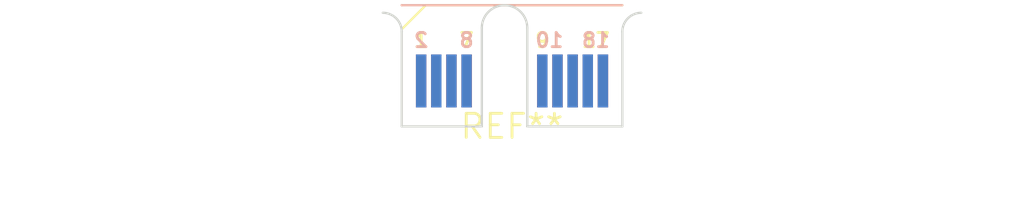
<source format=kicad_pcb>
(kicad_pcb (version 20240108) (generator pcbnew)
  (layers (0 "F.Cu" signal) (31 "B.Cu" signal) (34 "B.Paste" user) (35 "F.Paste" user) (36 "B.SilkS" user "B.Silkscreen") (37 "F.SilkS" user "F.Silkscreen") (38 "B.Mask" user) (39 "F.Mask" user) (44 "Edge.Cuts" user))
  (net 0 "")
  (footprint "Samtec_HSEC8-109-X-X-DV_2x09_P0.8mm_Wing_Edge" (layer "F.Cu") (at 0 0)
    (property "Reference" "REF**")
    (property "Value" "Samtec_HSEC8-109-X-X-DV_2x09_P0.8mm_Wing_Edge")
    (fp_line (start -5.825 -6.4) (end -5.825 -6.4) (layer "B.SilkS") (stroke (width 0.12)))
    (fp_line (start -5.825 -6.4) (end 5.825 -6.4) (layer "B.SilkS") (stroke (width 0.12)))
    (fp_line (start -5.825 -5.13) (end -4.555 -6.4) (layer "F.SilkS") (stroke (width 0.12)))
    (fp_line (start -4.555 -6.4) (end 5.825 -6.4) (layer "F.SilkS") (stroke (width 0.12)))
    (fp_line (start -5.825 -5) (end -5.825 0) (layer "Edge.Cuts") (stroke (width 0.12)))
    (fp_line (start -5.825 0) (end -1.595 0) (layer "Edge.Cuts") (stroke (width 0.12)))
    (fp_line (start -1.595 0) (end -1.595 -5.2) (layer "Edge.Cuts") (stroke (width 0.12)))
    (fp_line (start 0.805 -5.2) (end 0.805 0) (layer "Edge.Cuts") (stroke (width 0.12)))
    (fp_line (start 0.805 0) (end 5.825 0) (layer "Edge.Cuts") (stroke (width 0.12)))
    (fp_line (start 5.825 0) (end 5.825 -5) (layer "Edge.Cuts") (stroke (width 0.12)))
    (fp_arc (start -6.825 -6) (mid -6.117893 -5.707107) (end -5.825 -5) (layer "Edge.Cuts") (stroke (width 0.12)))
    (fp_arc (start -1.595 -5.2) (mid -0.395 -6.4) (end 0.805 -5.2) (layer "Edge.Cuts") (stroke (width 0.12)))
    (fp_arc (start 5.825 -5) (mid 6.117893 -5.707107) (end 6.825 -6) (layer "Edge.Cuts") (stroke (width 0.12)))
    (fp_text user "10" (at 1.975 -4.55 0) (layer "B.SilkS") (effects (font (size 0.75 0.75)) (justify mirror)))
    (fp_text user "18" (at 4.425 -4.55 0) (layer "B.SilkS") (effects (font (size 0.75 0.75)) (justify mirror)))
    (fp_text user "8" (at -2.4 -4.55 0) (layer "B.SilkS") (effects (font (size 0.75 0.75)) (justify mirror)))
    (fp_text user "2" (at -4.8 -4.55 0) (layer "B.SilkS") (effects (font (size 0.75 0.75)) (justify mirror)))
    (fp_text user "9" (at 1.6 -4.55 0) (layer "F.SilkS") (effects (font (size 0.75 0.75))))
    (fp_text user "1" (at -4.8 -4.55 0) (layer "F.SilkS") (effects (font (size 0.75 0.75))))
    (fp_text user "17" (at 4.425 -4.55 0) (layer "F.SilkS") (effects (font (size 0.75 0.75))))
    (fp_text user "7" (at -2.4 -4.55 0) (layer "F.SilkS") (effects (font (size 0.75 0.75))))
    (pad "1" connect rect (at -4.8 -2.4) (size 0.55 2.8) (layers "F.Cu" "F.Mask"))
    (pad "2" connect rect (at -4.8 -2.4) (size 0.55 2.8) (layers "B.Cu" "B.Mask"))
    (pad "3" connect rect (at -4 -2.4) (size 0.55 2.8) (layers "F.Cu" "F.Mask"))
    (pad "4" connect rect (at -4 -2.4) (size 0.55 2.8) (layers "B.Cu" "B.Mask"))
    (pad "5" connect rect (at -3.2 -2.4) (size 0.55 2.8) (layers "F.Cu" "F.Mask"))
    (pad "6" connect rect (at -3.2 -2.4) (size 0.55 2.8) (layers "B.Cu" "B.Mask"))
    (pad "7" connect rect (at -2.4 -2.4) (size 0.55 2.8) (layers "F.Cu" "F.Mask"))
    (pad "8" connect rect (at -2.4 -2.4) (size 0.55 2.8) (layers "B.Cu" "B.Mask"))
    (pad "9" connect rect (at 1.6 -2.4) (size 0.55 2.8) (layers "F.Cu" "F.Mask"))
    (pad "10" connect rect (at 1.6 -2.4) (size 0.55 2.8) (layers "B.Cu" "B.Mask"))
    (pad "11" connect rect (at 2.4 -2.4) (size 0.55 2.8) (layers "F.Cu" "F.Mask"))
    (pad "12" connect rect (at 2.4 -2.4) (size 0.55 2.8) (layers "B.Cu" "B.Mask"))
    (pad "13" connect rect (at 3.2 -2.4) (size 0.55 2.8) (layers "F.Cu" "F.Mask"))
    (pad "14" connect rect (at 3.2 -2.4) (size 0.55 2.8) (layers "B.Cu" "B.Mask"))
    (pad "15" connect rect (at 4 -2.4) (size 0.55 2.8) (layers "F.Cu" "F.Mask"))
    (pad "16" connect rect (at 4 -2.4) (size 0.55 2.8) (layers "B.Cu" "B.Mask"))
    (pad "17" connect rect (at 4.8 -2.4) (size 0.55 2.8) (layers "F.Cu" "F.Mask"))
    (pad "18" connect rect (at 4.8 -2.4) (size 0.55 2.8) (layers "B.Cu" "B.Mask"))
  )
)
</source>
